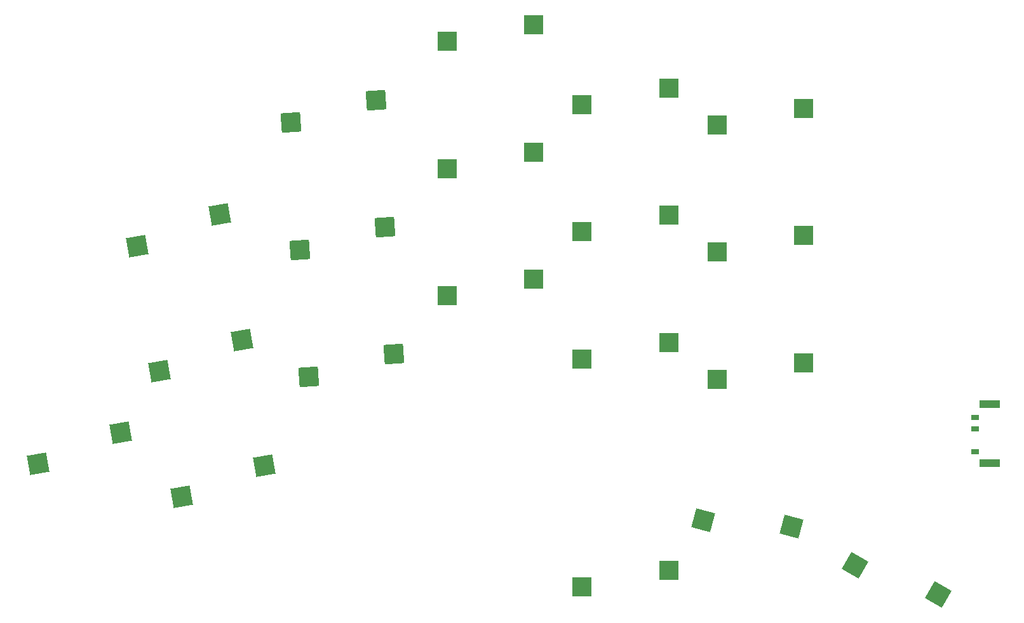
<source format=gtp>
G04 #@! TF.GenerationSoftware,KiCad,Pcbnew,8.0.4*
G04 #@! TF.CreationDate,2024-08-09T12:35:51+02:00*
G04 #@! TF.ProjectId,totem_0_3,746f7465-6d5f-4305-9f33-2e6b69636164,0.3*
G04 #@! TF.SameCoordinates,Original*
G04 #@! TF.FileFunction,Paste,Top*
G04 #@! TF.FilePolarity,Positive*
%FSLAX46Y46*%
G04 Gerber Fmt 4.6, Leading zero omitted, Abs format (unit mm)*
G04 Created by KiCad (PCBNEW 8.0.4) date 2024-08-09 12:35:51*
%MOMM*%
%LPD*%
G01*
G04 APERTURE LIST*
G04 Aperture macros list*
%AMRotRect*
0 Rectangle, with rotation*
0 The origin of the aperture is its center*
0 $1 length*
0 $2 width*
0 $3 Rotation angle, in degrees counterclockwise*
0 Add horizontal line*
21,1,$1,$2,0,0,$3*%
G04 Aperture macros list end*
%ADD10R,1.000000X0.700000*%
%ADD11R,2.800000X1.000000*%
%ADD12RotRect,2.600000X2.600000X150.000000*%
%ADD13RotRect,2.600000X2.600000X165.000000*%
%ADD14R,2.600000X2.600000*%
%ADD15RotRect,2.600000X2.600000X190.000000*%
%ADD16RotRect,2.600000X2.600000X184.000000*%
G04 APERTURE END LIST*
D10*
X213940800Y-290526400D03*
X213940800Y-287526400D03*
X213940800Y-286026400D03*
D11*
X215840800Y-292126400D03*
X215840800Y-284176400D03*
D12*
X208995751Y-309604892D03*
X197893158Y-305735148D03*
D13*
X189437898Y-300545617D03*
X177712053Y-299681294D03*
D14*
X161535118Y-308620241D03*
X173085118Y-306420241D03*
D15*
X100051558Y-288016939D03*
X89059054Y-292189153D03*
D14*
X191111160Y-278730884D03*
X179561160Y-280930884D03*
X173111195Y-276010782D03*
X161561195Y-278210782D03*
X155111182Y-267574301D03*
X143561182Y-269774301D03*
D16*
X125093090Y-280556611D03*
X136461490Y-277556282D03*
D15*
X119153616Y-292408890D03*
X108161112Y-296581104D03*
D14*
X191111159Y-261730664D03*
X179561159Y-263930664D03*
X173111195Y-259010562D03*
X161561195Y-261210562D03*
X155111183Y-250574083D03*
X143561183Y-252774083D03*
D16*
X123907215Y-263597804D03*
X135275615Y-260597475D03*
D15*
X116201558Y-275666937D03*
X105209054Y-279839151D03*
D14*
X191111159Y-244730444D03*
X179561159Y-246930444D03*
X173111195Y-242010342D03*
X161561195Y-244210342D03*
X155111184Y-233573862D03*
X143561184Y-235773862D03*
D16*
X122721339Y-246638996D03*
X134089739Y-243638667D03*
D15*
X113249502Y-258924992D03*
X102256998Y-263097206D03*
M02*

</source>
